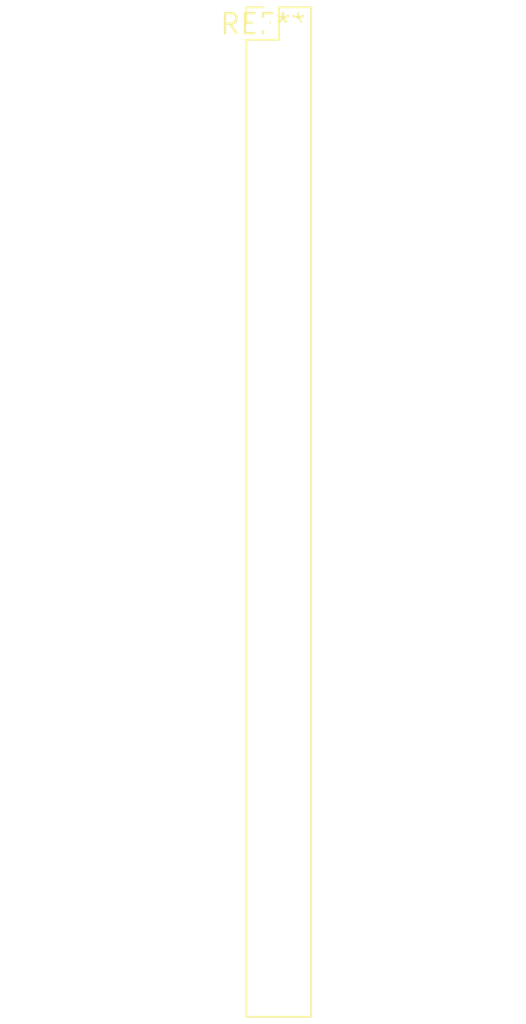
<source format=kicad_pcb>
(kicad_pcb (version 20240108) (generator pcbnew)
  (layers (0 "F.Cu" signal) (31 "B.Cu" signal) (34 "B.Paste" user) (35 "F.Paste" user) (36 "B.SilkS" user "B.Silkscreen") (37 "F.SilkS" user "F.Silkscreen") (38 "B.Mask" user) (39 "F.Mask" user) (44 "Edge.Cuts" user))
  (net 0 "")
  (footprint "PinHeader_2x32_P2.00mm_Vertical" (layer "F.Cu") (at 0 0)
    (property "Reference" "REF**")
    (property "Value" "PinHeader_2x32_P2.00mm_Vertical")
    (fp_line (start -1.06 -1.06) (end 0 -1.06) (layer "F.SilkS") (stroke (width 0.12)))
    (fp_line (start -1.06 0) (end -1.06 -1.06) (layer "F.SilkS") (stroke (width 0.12)))
    (fp_line (start -1.06 1) (end -1.06 63.06) (layer "F.SilkS") (stroke (width 0.12)))
    (fp_line (start -1.06 1) (end 1 1) (layer "F.SilkS") (stroke (width 0.12)))
    (fp_line (start -1.06 63.06) (end 3.06 63.06) (layer "F.SilkS") (stroke (width 0.12)))
    (fp_line (start 1 -1.06) (end 3.06 -1.06) (layer "F.SilkS") (stroke (width 0.12)))
    (fp_line (start 1 1) (end 1 -1.06) (layer "F.SilkS") (stroke (width 0.12)))
    (fp_line (start 3.06 -1.06) (end 3.06 63.06) (layer "F.SilkS") (stroke (width 0.12)))
    (pad "1" thru_hole rect (at 0 0) (size 1.35 1.35) (drill 0.8) (layers *.Cu *.Mask) (remove_unused_layers))
    (pad "2" thru_hole oval (at 2 0) (size 1.35 1.35) (drill 0.8) (layers *.Cu *.Mask) (remove_unused_layers))
    (pad "3" thru_hole oval (at 0 2) (size 1.35 1.35) (drill 0.8) (layers *.Cu *.Mask) (remove_unused_layers))
    (pad "4" thru_hole oval (at 2 2) (size 1.35 1.35) (drill 0.8) (layers *.Cu *.Mask) (remove_unused_layers))
    (pad "5" thru_hole oval (at 0 4) (size 1.35 1.35) (drill 0.8) (layers *.Cu *.Mask) (remove_unused_layers))
    (pad "6" thru_hole oval (at 2 4) (size 1.35 1.35) (drill 0.8) (layers *.Cu *.Mask) (remove_unused_layers))
    (pad "7" thru_hole oval (at 0 6) (size 1.35 1.35) (drill 0.8) (layers *.Cu *.Mask) (remove_unused_layers))
    (pad "8" thru_hole oval (at 2 6) (size 1.35 1.35) (drill 0.8) (layers *.Cu *.Mask) (remove_unused_layers))
    (pad "9" thru_hole oval (at 0 8) (size 1.35 1.35) (drill 0.8) (layers *.Cu *.Mask) (remove_unused_layers))
    (pad "10" thru_hole oval (at 2 8) (size 1.35 1.35) (drill 0.8) (layers *.Cu *.Mask) (remove_unused_layers))
    (pad "11" thru_hole oval (at 0 10) (size 1.35 1.35) (drill 0.8) (layers *.Cu *.Mask) (remove_unused_layers))
    (pad "12" thru_hole oval (at 2 10) (size 1.35 1.35) (drill 0.8) (layers *.Cu *.Mask) (remove_unused_layers))
    (pad "13" thru_hole oval (at 0 12) (size 1.35 1.35) (drill 0.8) (layers *.Cu *.Mask) (remove_unused_layers))
    (pad "14" thru_hole oval (at 2 12) (size 1.35 1.35) (drill 0.8) (layers *.Cu *.Mask) (remove_unused_layers))
    (pad "15" thru_hole oval (at 0 14) (size 1.35 1.35) (drill 0.8) (layers *.Cu *.Mask) (remove_unused_layers))
    (pad "16" thru_hole oval (at 2 14) (size 1.35 1.35) (drill 0.8) (layers *.Cu *.Mask) (remove_unused_layers))
    (pad "17" thru_hole oval (at 0 16) (size 1.35 1.35) (drill 0.8) (layers *.Cu *.Mask) (remove_unused_layers))
    (pad "18" thru_hole oval (at 2 16) (size 1.35 1.35) (drill 0.8) (layers *.Cu *.Mask) (remove_unused_layers))
    (pad "19" thru_hole oval (at 0 18) (size 1.35 1.35) (drill 0.8) (layers *.Cu *.Mask) (remove_unused_layers))
    (pad "20" thru_hole oval (at 2 18) (size 1.35 1.35) (drill 0.8) (layers *.Cu *.Mask) (remove_unused_layers))
    (pad "21" thru_hole oval (at 0 20) (size 1.35 1.35) (drill 0.8) (layers *.Cu *.Mask) (remove_unused_layers))
    (pad "22" thru_hole oval (at 2 20) (size 1.35 1.35) (drill 0.8) (layers *.Cu *.Mask) (remove_unused_layers))
    (pad "23" thru_hole oval (at 0 22) (size 1.35 1.35) (drill 0.8) (layers *.Cu *.Mask) (remove_unused_layers))
    (pad "24" thru_hole oval (at 2 22) (size 1.35 1.35) (drill 0.8) (layers *.Cu *.Mask) (remove_unused_layers))
    (pad "25" thru_hole oval (at 0 24) (size 1.35 1.35) (drill 0.8) (layers *.Cu *.Mask) (remove_unused_layers))
    (pad "26" thru_hole oval (at 2 24) (size 1.35 1.35) (drill 0.8) (layers *.Cu *.Mask) (remove_unused_layers))
    (pad "27" thru_hole oval (at 0 26) (size 1.35 1.35) (drill 0.8) (layers *.Cu *.Mask) (remove_unused_layers))
    (pad "28" thru_hole oval (at 2 26) (size 1.35 1.35) (drill 0.8) (layers *.Cu *.Mask) (remove_unused_layers))
    (pad "29" thru_hole oval (at 0 28) (size 1.35 1.35) (drill 0.8) (layers *.Cu *.Mask) (remove_unused_layers))
    (pad "30" thru_hole oval (at 2 28) (size 1.35 1.35) (drill 0.8) (layers *.Cu *.Mask) (remove_unused_layers))
    (pad "31" thru_hole oval (at 0 30) (size 1.35 1.35) (drill 0.8) (layers *.Cu *.Mask) (remove_unused_layers))
    (pad "32" thru_hole oval (at 2 30) (size 1.35 1.35) (drill 0.8) (layers *.Cu *.Mask) (remove_unused_layers))
    (pad "33" thru_hole oval (at 0 32) (size 1.35 1.35) (drill 0.8) (layers *.Cu *.Mask) (remove_unused_layers))
    (pad "34" thru_hole oval (at 2 32) (size 1.35 1.35) (drill 0.8) (layers *.Cu *.Mask) (remove_unused_layers))
    (pad "35" thru_hole oval (at 0 34) (size 1.35 1.35) (drill 0.8) (layers *.Cu *.Mask) (remove_unused_layers))
    (pad "36" thru_hole oval (at 2 34) (size 1.35 1.35) (drill 0.8) (layers *.Cu *.Mask) (remove_unused_layers))
    (pad "37" thru_hole oval (at 0 36) (size 1.35 1.35) (drill 0.8) (layers *.Cu *.Mask) (remove_unused_layers))
    (pad "38" thru_hole oval (at 2 36) (size 1.35 1.35) (drill 0.8) (layers *.Cu *.Mask) (remove_unused_layers))
    (pad "39" thru_hole oval (at 0 38) (size 1.35 1.35) (drill 0.8) (layers *.Cu *.Mask) (remove_unused_layers))
    (pad "40" thru_hole oval (at 2 38) (size 1.35 1.35) (drill 0.8) (layers *.Cu *.Mask) (remove_unused_layers))
    (pad "41" thru_hole oval (at 0 40) (size 1.35 1.35) (drill 0.8) (layers *.Cu *.Mask) (remove_unused_layers))
    (pad "42" thru_hole oval (at 2 40) (size 1.35 1.35) (drill 0.8) (layers *.Cu *.Mask) (remove_unused_layers))
    (pad "43" thru_hole oval (at 0 42) (size 1.35 1.35) (drill 0.8) (layers *.Cu *.Mask) (remove_unused_layers))
    (pad "44" thru_hole oval (at 2 42) (size 1.35 1.35) (drill 0.8) (layers *.Cu *.Mask) (remove_unused_layers))
    (pad "45" thru_hole oval (at 0 44) (size 1.35 1.35) (drill 0.8) (layers *.Cu *.Mask) (remove_unused_layers))
    (pad "46" thru_hole oval (at 2 44) (size 1.35 1.35) (drill 0.8) (layers *.Cu *.Mask) (remove_unused_layers))
    (pad "47" thru_hole oval (at 0 46) (size 1.35 1.35) (drill 0.8) (layers *.Cu *.Mask) (remove_unused_layers))
    (pad "48" thru_hole oval (at 2 46) (size 1.35 1.35) (drill 0.8) (layers *.Cu *.Mask) (remove_unused_layers))
    (pad "49" thru_hole oval (at 0 48) (size 1.35 1.35) (drill 0.8) (layers *.Cu *.Mask) (remove_unused_layers))
    (pad "50" thru_hole oval (at 2 48) (size 1.35 1.35) (drill 0.8) (layers *.Cu *.Mask) (remove_unused_layers))
    (pad "51" thru_hole oval (at 0 50) (size 1.35 1.35) (drill 0.8) (layers *.Cu *.Mask) (remove_unused_layers))
    (pad "52" thru_hole oval (at 2 50) (size 1.35 1.35) (drill 0.8) (layers *.Cu *.Mask) (remove_unused_layers))
    (pad "53" thru_hole oval (at 0 52) (size 1.35 1.35) (drill 0.8) (layers *.Cu *.Mask) (remove_unused_layers))
    (pad "54" thru_hole oval (at 2 52) (size 1.35 1.35) (drill 0.8) (layers *.Cu *.Mask) (remove_unused_layers))
    (pad "55" thru_hole oval (at 0 54) (size 1.35 1.35) (drill 0.8) (layers *.Cu *.Mask) (remove_unused_layers))
    (pad "56" thru_hole oval (at 2 54) (size 1.35 1.35) (drill 0.8) (layers *.Cu *.Mask) (remove_unused_layers))
    (pad "57" thru_hole oval (at 0 56) (size 1.35 1.35) (drill 0.8) (layers *.Cu *.Mask) (remove_unused_layers))
    (pad "58" thru_hole oval (at 2 56) (size 1.35 1.35) (drill 0.8) (layers *.Cu *.Mask) (remove_unused_layers))
    (pad "59" thru_hole oval (at 0 58) (size 1.35 1.35) (drill 0.8) (layers *.Cu *.Mask) (remove_unused_layers))
    (pad "60" thru_hole oval (at 2 58) (size 1.35 1.35) (drill 0.8) (layers *.Cu *.Mask) (remove_unused_layers))
    (pad "61" thru_hole oval (at 0 60) (size 1.35 1.35) (drill 0.8) (layers *.Cu *.Mask) (remove_unused_layers))
    (pad "62" thru_hole oval (at 2 60) (size 1.35 1.35) (drill 0.8) (layers *.Cu *.Mask) (remove_unused_layers))
    (pad "63" thru_hole oval (at 0 62) (size 1.35 1.35) (drill 0.8) (layers *.Cu *.Mask) (remove_unused_layers))
    (pad "64" thru_hole oval (at 2 62) (size 1.35 1.35) (drill 0.8) (layers *.Cu *.Mask) (remove_unused_layers))
  )
)
</source>
